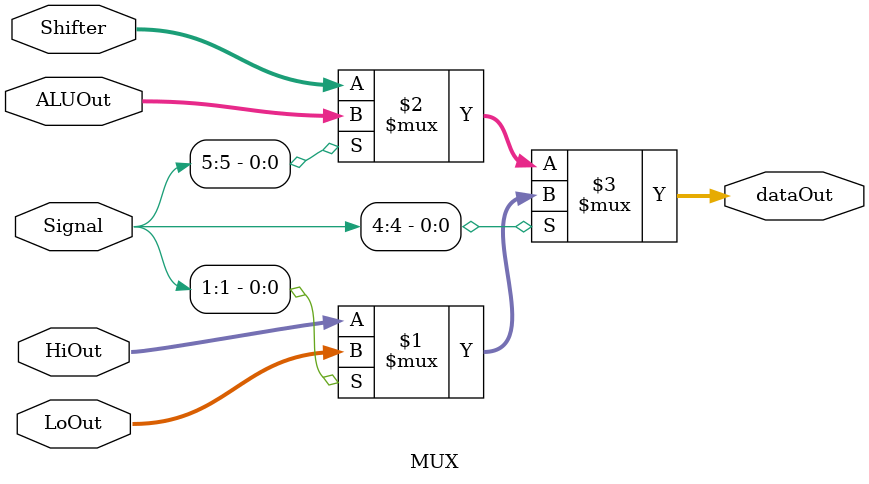
<source format=v>
`timescale 1ns/1ns
module MUX( ALUOut, HiOut, LoOut, Shifter, Signal, dataOut );
input [31:0] ALUOut ;
input [31:0] HiOut ;
input [31:0] LoOut ;
input [31:0] Shifter ;
input [5:0] Signal ;
output [31:0] dataOut ;


parameter AND  = 6'b100100;
parameter OR   = 6'b100101;
parameter ADD  = 6'b100000;
parameter SUB  = 6'b100010;
parameter SLT  = 6'b101010;

parameter SRL  = 6'b000010;

parameter MULTU= 6'b011001;
parameter MFHI = 6'b010000;
parameter MFLO = 6'b010010;

assign dataOut = Signal[4]? (Signal[1]? LoOut:HiOut) : (Signal[5]? ALUOut:Shifter);

endmodule
</source>
